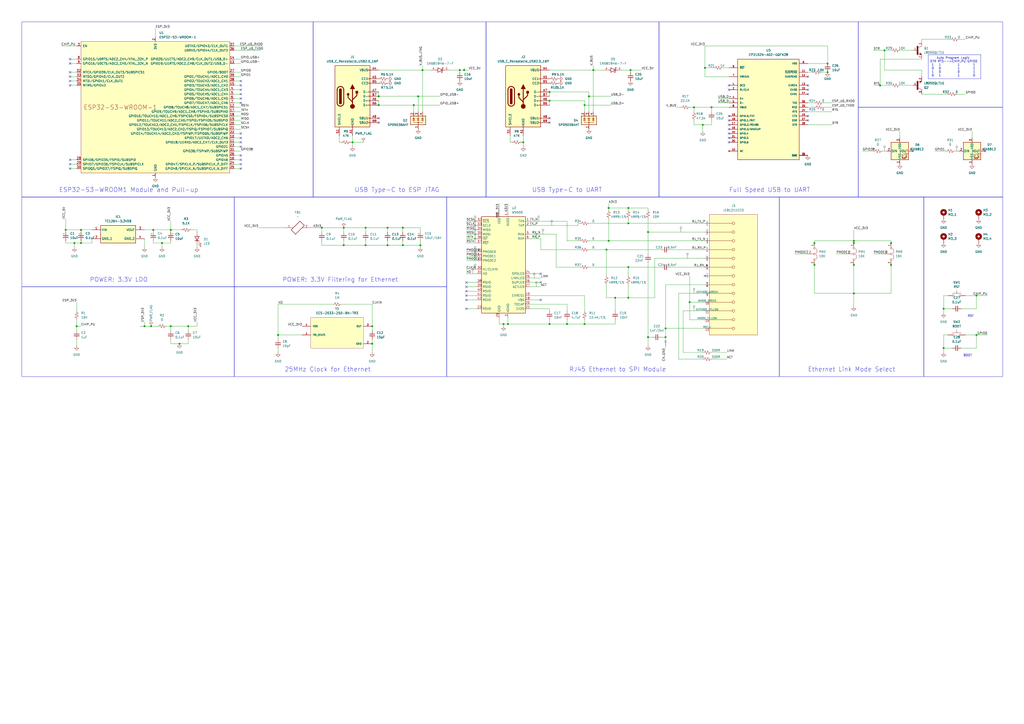
<source format=kicad_sch>
(kicad_sch (version 20230121) (generator eeschema)
  (paper "A2")
  (junction (at 266.7 40.64))
  (junction (at 495.3 170.18))
  (junction (at 199.39 132.08))
  (junction (at 407.67 72.39))
  (junction (at 233.68 132.08))
  (junction (at 375.92 134.62))
  (junction (at 339.09 60.96))
  (junction (at 219.71 60.96))
  (junction (at 43.18 140.97))
  (junction (at 215.9 199.39))
  (junction (at 318.77 53.34))
  (junction (at 242.57 55.88))
  (junction (at 472.44 140.97))
  (junction (at 44.45 189.23))
  (junction (at 386.08 195.58))
  (junction (at 204.47 82.55))
  (junction (at 408.94 39.37))
  (junction (at 212.09 132.08))
  (junction (at 88.9 133.35))
  (junction (at 516.89 153.67))
  (junction (at 38.1 133.35))
  (junction (at 161.29 194.31))
  (junction (at 356.87 172.72))
  (junction (at 243.84 142.24))
  (junction (at 245.11 40.64))
  (junction (at 495.3 139.7))
  (junction (at 87.63 189.23))
  (junction (at 294.64 187.96))
  (junction (at 547.37 201.93))
  (junction (at 240.03 60.96))
  (junction (at 344.17 40.64))
  (junction (at 386.08 190.5))
  (junction (at 364.49 129.54))
  (junction (at 513.08 29.21))
  (junction (at 472.44 153.67))
  (junction (at 215.9 189.23))
  (junction (at 224.79 132.08))
  (junction (at 566.42 194.31))
  (junction (at 233.68 142.24))
  (junction (at 480.06 36.83))
  (junction (at 99.06 189.23))
  (junction (at 93.98 140.97))
  (junction (at 495.3 140.97))
  (junction (at 566.42 171.45))
  (junction (at 510.54 49.53))
  (junction (at 212.09 142.24))
  (junction (at 328.93 187.96))
  (junction (at 83.82 189.23))
  (junction (at 341.63 55.88))
  (junction (at 109.22 189.23))
  (junction (at 353.06 120.65))
  (junction (at 186.69 132.08))
  (junction (at 339.09 187.96))
  (junction (at 495.3 153.67))
  (junction (at 351.79 144.78))
  (junction (at 364.49 154.94))
  (junction (at 303.53 82.55))
  (junction (at 292.1 187.96))
  (junction (at 402.59 62.23))
  (junction (at 412.75 62.23))
  (junction (at 46.99 140.97))
  (junction (at 547.37 179.07))
  (junction (at 318.77 58.42))
  (junction (at 364.49 172.72))
  (junction (at 199.39 142.24))
  (junction (at 375.92 195.58))
  (junction (at 480.06 41.91))
  (junction (at 99.06 133.35))
  (junction (at 516.89 140.97))
  (junction (at 353.06 139.7))
  (junction (at 318.77 187.96))
  (junction (at 219.71 55.88))
  (junction (at 365.76 40.64))
  (junction (at 364.49 120.65))
  (junction (at 269.24 40.64))
  (junction (at 400.05 175.26))
  (junction (at 46.99 133.35))
  (junction (at 224.79 142.24))
  (junction (at 104.14 199.39))
  (no_connect (at 139.7 82.55))
  (no_connect (at 139.7 49.53))
  (no_connect (at 139.7 54.61))
  (no_connect (at 422.91 82.55))
  (no_connect (at 139.7 92.71))
  (no_connect (at 40.64 92.71))
  (no_connect (at 139.7 77.47))
  (no_connect (at 40.64 44.45))
  (no_connect (at 270.51 163.83))
  (no_connect (at 219.71 68.58))
  (no_connect (at 313.69 158.75))
  (no_connect (at 571.5 87.63))
  (no_connect (at 270.51 168.91))
  (no_connect (at 422.91 72.39))
  (no_connect (at 139.7 85.09))
  (no_connect (at 422.91 77.47))
  (no_connect (at 468.63 69.85))
  (no_connect (at 422.91 49.53))
  (no_connect (at 422.91 67.31))
  (no_connect (at 468.63 49.53))
  (no_connect (at 422.91 52.07))
  (no_connect (at 40.64 95.25))
  (no_connect (at 422.91 80.01))
  (no_connect (at 139.7 57.15))
  (no_connect (at 408.94 160.02))
  (no_connect (at 40.64 34.29))
  (no_connect (at 270.51 166.37))
  (no_connect (at 318.77 68.58))
  (no_connect (at 468.63 67.31))
  (no_connect (at 468.63 54.61))
  (no_connect (at 40.64 41.91))
  (no_connect (at 139.7 59.69))
  (no_connect (at 270.51 179.07))
  (no_connect (at 468.63 44.45))
  (no_connect (at 40.64 49.53))
  (no_connect (at 139.7 95.25))
  (no_connect (at 270.51 171.45))
  (no_connect (at 139.7 90.17))
  (no_connect (at 318.77 71.12))
  (no_connect (at 313.69 163.83))
  (no_connect (at 139.7 80.01))
  (no_connect (at 139.7 52.07))
  (no_connect (at 139.7 97.79))
  (no_connect (at 40.64 97.79))
  (no_connect (at 529.59 87.63))
  (no_connect (at 468.63 52.07))
  (no_connect (at 422.91 74.93))
  (no_connect (at 40.64 46.99))
  (no_connect (at 422.91 69.85))
  (no_connect (at 313.69 173.99))
  (no_connect (at 219.71 71.12))
  (no_connect (at 270.51 173.99))
  (no_connect (at 40.64 36.83))
  (no_connect (at 139.7 46.99))
  (wire (pts (xy 511.81 87.63) (xy 514.35 87.63)))
  (wire (pts (xy 375.92 134.62) (xy 375.92 127)))
  (wire (pts (xy 135.89 46.99) (xy 139.7 46.99)))
  (wire (pts (xy 270.51 173.99) (xy 276.86 173.99)))
  (wire (pts (xy 510.54 49.53) (xy 510.54 34.29)))
  (wire (pts (xy 328.93 185.42) (xy 328.93 187.96)))
  (wire (pts (xy 386.08 190.5) (xy 386.08 195.58)))
  (wire (pts (xy 360.68 40.64) (xy 365.76 40.64)))
  (wire (pts (xy 83.82 133.35) (xy 88.9 133.35)))
  (wire (pts (xy 506.73 49.53) (xy 510.54 49.53)))
  (wire (pts (xy 353.06 139.7) (xy 408.94 139.7)))
  (wire (pts (xy 149.86 132.08) (xy 165.1 132.08)))
  (wire (pts (xy 90.17 16.51) (xy 90.17 21.59)))
  (wire (pts (xy 353.06 118.11) (xy 353.06 120.65)))
  (wire (pts (xy 99.06 140.97) (xy 99.06 139.7)))
  (wire (pts (xy 476.25 41.91) (xy 480.06 41.91)))
  (wire (pts (xy 396.24 180.34) (xy 408.94 180.34)))
  (wire (pts (xy 135.89 29.21) (xy 151.13 29.21)))
  (wire (pts (xy 506.73 29.21) (xy 513.08 29.21)))
  (wire (pts (xy 219.71 55.88) (xy 242.57 55.88)))
  (wire (pts (xy 135.89 44.45) (xy 139.7 44.45)))
  (wire (pts (xy 199.39 139.7) (xy 199.39 142.24)))
  (wire (pts (xy 396.24 204.47) (xy 407.67 204.47)))
  (wire (pts (xy 81.28 189.23) (xy 83.82 189.23)))
  (wire (pts (xy 400.05 175.26) (xy 400.05 185.42)))
  (wire (pts (xy 408.94 44.45) (xy 422.91 44.45)))
  (wire (pts (xy 318.77 58.42) (xy 318.77 60.96)))
  (wire (pts (xy 328.93 176.53) (xy 307.34 176.53)))
  (wire (pts (xy 307.34 179.07) (xy 318.77 179.07)))
  (wire (pts (xy 40.64 41.91) (xy 44.45 41.91)))
  (wire (pts (xy 46.99 133.35) (xy 53.34 133.35)))
  (wire (pts (xy 364.49 154.94) (xy 383.54 154.94)))
  (wire (pts (xy 96.52 189.23) (xy 99.06 189.23)))
  (wire (pts (xy 245.11 40.64) (xy 245.11 64.77)))
  (wire (pts (xy 135.89 62.23) (xy 139.7 62.23)))
  (wire (pts (xy 114.3 133.35) (xy 114.3 134.62)))
  (wire (pts (xy 495.3 139.7) (xy 495.3 133.35)))
  (wire (pts (xy 468.63 72.39) (xy 482.6 72.39)))
  (wire (pts (xy 199.39 132.08) (xy 199.39 134.62)))
  (wire (pts (xy 53.34 138.43) (xy 53.34 140.97)))
  (wire (pts (xy 322.58 154.94) (xy 336.55 154.94)))
  (wire (pts (xy 495.3 139.7) (xy 495.3 140.97)))
  (wire (pts (xy 307.34 171.45) (xy 339.09 171.45)))
  (wire (pts (xy 339.09 60.96) (xy 339.09 64.77)))
  (wire (pts (xy 224.79 139.7) (xy 224.79 142.24)))
  (wire (pts (xy 339.09 58.42) (xy 339.09 60.96)))
  (wire (pts (xy 353.06 120.65) (xy 353.06 121.92)))
  (wire (pts (xy 472.44 139.7) (xy 495.3 139.7)))
  (wire (pts (xy 114.3 142.24) (xy 114.3 143.51)))
  (wire (pts (xy 44.45 189.23) (xy 44.45 191.77)))
  (wire (pts (xy 408.94 26.67) (xy 480.06 26.67)))
  (wire (pts (xy 339.09 187.96) (xy 356.87 187.96)))
  (wire (pts (xy 186.69 142.24) (xy 199.39 142.24)))
  (wire (pts (xy 135.89 97.79) (xy 139.7 97.79)))
  (wire (pts (xy 99.06 196.85) (xy 99.06 199.39)))
  (wire (pts (xy 341.63 154.94) (xy 364.49 154.94)))
  (wire (pts (xy 375.92 195.58) (xy 378.46 195.58)))
  (wire (pts (xy 400.05 62.23) (xy 402.59 62.23)))
  (wire (pts (xy 269.24 39.37) (xy 269.24 40.64)))
  (wire (pts (xy 495.3 152.4) (xy 495.3 153.67)))
  (wire (pts (xy 204.47 78.74) (xy 204.47 82.55)))
  (wire (pts (xy 99.06 189.23) (xy 109.22 189.23)))
  (wire (pts (xy 245.11 38.1) (xy 245.11 40.64)))
  (wire (pts (xy 99.06 133.35) (xy 105.41 133.35)))
  (wire (pts (xy 402.59 72.39) (xy 402.59 69.85)))
  (wire (pts (xy 400.05 185.42) (xy 408.94 185.42)))
  (wire (pts (xy 83.82 189.23) (xy 87.63 189.23)))
  (wire (pts (xy 471.17 41.91) (xy 468.63 41.91)))
  (wire (pts (xy 307.34 158.75) (xy 313.69 158.75)))
  (wire (pts (xy 339.09 171.45) (xy 339.09 180.34)))
  (wire (pts (xy 212.09 142.24) (xy 224.79 142.24)))
  (wire (pts (xy 513.08 29.21) (xy 516.89 29.21)))
  (wire (pts (xy 243.84 132.08) (xy 243.84 134.62)))
  (wire (pts (xy 186.69 132.08) (xy 199.39 132.08)))
  (wire (pts (xy 566.42 194.31) (xy 572.77 194.31)))
  (wire (pts (xy 40.64 44.45) (xy 44.45 44.45)))
  (wire (pts (xy 135.89 57.15) (xy 139.7 57.15)))
  (wire (pts (xy 468.63 64.77) (xy 482.6 64.77)))
  (wire (pts (xy 135.89 77.47) (xy 139.7 77.47)))
  (wire (pts (xy 233.68 139.7) (xy 233.68 142.24)))
  (wire (pts (xy 109.22 189.23) (xy 114.3 189.23)))
  (wire (pts (xy 270.51 128.27) (xy 276.86 128.27)))
  (wire (pts (xy 46.99 139.7) (xy 46.99 140.97)))
  (wire (pts (xy 292.1 189.23) (xy 292.1 187.96)))
  (wire (pts (xy 40.64 49.53) (xy 44.45 49.53)))
  (wire (pts (xy 516.89 142.24) (xy 516.89 140.97)))
  (wire (pts (xy 135.89 49.53) (xy 139.7 49.53)))
  (wire (pts (xy 412.75 69.85) (xy 412.75 72.39)))
  (wire (pts (xy 375.92 200.66) (xy 375.92 195.58)))
  (wire (pts (xy 266.7 40.64) (xy 269.24 40.64)))
  (wire (pts (xy 344.17 40.64) (xy 344.17 64.77)))
  (wire (pts (xy 547.37 194.31) (xy 547.37 201.93)))
  (wire (pts (xy 46.99 140.97) (xy 43.18 140.97)))
  (wire (pts (xy 351.79 172.72) (xy 356.87 172.72)))
  (wire (pts (xy 204.47 82.55) (xy 210.82 82.55)))
  (wire (pts (xy 412.75 64.77) (xy 412.75 62.23)))
  (wire (pts (xy 260.35 40.64) (xy 266.7 40.64)))
  (wire (pts (xy 379.73 149.86) (xy 408.94 149.86)))
  (wire (pts (xy 477.52 62.23) (xy 482.6 62.23)))
  (wire (pts (xy 322.58 135.89) (xy 322.58 154.94)))
  (wire (pts (xy 566.42 171.45) (xy 560.07 171.45)))
  (wire (pts (xy 224.79 132.08) (xy 233.68 132.08)))
  (wire (pts (xy 412.75 204.47) (xy 421.64 204.47)))
  (wire (pts (xy 407.67 72.39) (xy 412.75 72.39)))
  (wire (pts (xy 364.49 172.72) (xy 356.87 172.72)))
  (wire (pts (xy 88.9 133.35) (xy 99.06 133.35)))
  (wire (pts (xy 393.7 208.28) (xy 407.67 208.28)))
  (wire (pts (xy 38.1 133.35) (xy 38.1 134.62)))
  (wire (pts (xy 295.91 78.74) (xy 295.91 82.55)))
  (wire (pts (xy 270.51 135.89) (xy 276.86 135.89)))
  (wire (pts (xy 199.39 132.08) (xy 212.09 132.08)))
  (wire (pts (xy 547.37 179.07) (xy 547.37 181.61)))
  (wire (pts (xy 553.72 87.63) (xy 556.26 87.63)))
  (wire (pts (xy 328.93 180.34) (xy 328.93 176.53)))
  (wire (pts (xy 547.37 201.93) (xy 552.45 201.93)))
  (wire (pts (xy 40.64 46.99) (xy 44.45 46.99)))
  (wire (pts (xy 513.08 29.21) (xy 513.08 40.64)))
  (wire (pts (xy 40.64 36.83) (xy 44.45 36.83)))
  (wire (pts (xy 53.34 140.97) (xy 46.99 140.97)))
  (wire (pts (xy 270.51 163.83) (xy 276.86 163.83)))
  (wire (pts (xy 566.42 194.31) (xy 560.07 194.31)))
  (wire (pts (xy 219.71 53.34) (xy 219.71 55.88)))
  (wire (pts (xy 510.54 49.53) (xy 516.89 49.53)))
  (wire (pts (xy 313.69 144.78) (xy 336.55 144.78)))
  (wire (pts (xy 351.79 165.1) (xy 351.79 172.72)))
  (wire (pts (xy 212.09 132.08) (xy 224.79 132.08)))
  (wire (pts (xy 135.89 64.77) (xy 139.7 64.77)))
  (wire (pts (xy 416.56 59.69) (xy 422.91 59.69)))
  (wire (pts (xy 364.49 165.1) (xy 364.49 172.72)))
  (wire (pts (xy 198.12 82.55) (xy 196.85 82.55)))
  (wire (pts (xy 135.89 54.61) (xy 139.7 54.61)))
  (wire (pts (xy 547.37 179.07) (xy 552.45 179.07)))
  (wire (pts (xy 344.17 38.1) (xy 344.17 40.64)))
  (wire (pts (xy 534.67 22.86) (xy 534.67 24.13)))
  (wire (pts (xy 364.49 129.54) (xy 408.94 129.54)))
  (wire (pts (xy 88.9 139.7) (xy 88.9 140.97)))
  (wire (pts (xy 506.73 147.32) (xy 513.08 147.32)))
  (wire (pts (xy 335.28 129.54) (xy 335.28 130.81)))
  (wire (pts (xy 547.37 171.45) (xy 547.37 179.07)))
  (wire (pts (xy 104.14 199.39) (xy 109.22 199.39)))
  (wire (pts (xy 186.69 139.7) (xy 186.69 142.24)))
  (wire (pts (xy 199.39 142.24) (xy 212.09 142.24)))
  (wire (pts (xy 472.44 153.67) (xy 472.44 170.18)))
  (wire (pts (xy 554.99 54.61) (xy 560.07 54.61)))
  (wire (pts (xy 549.91 194.31) (xy 547.37 194.31)))
  (wire (pts (xy 38.1 133.35) (xy 46.99 133.35)))
  (wire (pts (xy 521.97 29.21) (xy 529.59 29.21)))
  (wire (pts (xy 383.54 195.58) (xy 386.08 195.58)))
  (wire (pts (xy 212.09 132.08) (xy 212.09 134.62)))
  (wire (pts (xy 375.92 120.65) (xy 375.92 121.92)))
  (wire (pts (xy 219.71 60.96) (xy 240.03 60.96)))
  (wire (pts (xy 542.29 87.63) (xy 548.64 87.63)))
  (wire (pts (xy 364.49 154.94) (xy 364.49 160.02)))
  (wire (pts (xy 93.98 140.97) (xy 88.9 140.97)))
  (wire (pts (xy 408.94 190.5) (xy 386.08 190.5)))
  (wire (pts (xy 219.71 40.64) (xy 245.11 40.64)))
  (wire (pts (xy 212.09 139.7) (xy 212.09 142.24)))
  (wire (pts (xy 468.63 59.69) (xy 472.44 59.69)))
  (wire (pts (xy 99.06 128.27) (xy 99.06 133.35)))
  (wire (pts (xy 44.45 196.85) (xy 44.45 200.66)))
  (wire (pts (xy 485.14 147.32) (xy 491.49 147.32)))
  (wire (pts (xy 386.08 201.93) (xy 386.08 195.58)))
  (wire (pts (xy 135.89 41.91) (xy 139.7 41.91)))
  (wire (pts (xy 510.54 34.29) (xy 534.67 34.29)))
  (wire (pts (xy 416.56 57.15) (xy 422.91 57.15)))
  (wire (pts (xy 557.53 201.93) (xy 566.42 201.93)))
  (wire (pts (xy 215.9 204.47) (xy 215.9 199.39)))
  (wire (pts (xy 341.63 53.34) (xy 341.63 55.88)))
  (wire (pts (xy 351.79 144.78) (xy 383.54 144.78)))
  (wire (pts (xy 180.34 132.08) (xy 186.69 132.08)))
  (wire (pts (xy 135.89 74.93) (xy 139.7 74.93)))
  (wire (pts (xy 516.89 152.4) (xy 516.89 153.67)))
  (wire (pts (xy 161.29 194.31) (xy 175.26 194.31)))
  (wire (pts (xy 270.51 151.13) (xy 276.86 151.13)))
  (wire (pts (xy 40.64 34.29) (xy 44.45 34.29)))
  (wire (pts (xy 506.73 87.63) (xy 500.38 87.63)))
  (wire (pts (xy 233.68 132.08) (xy 243.84 132.08)))
  (wire (pts (xy 44.45 189.23) (xy 46.99 189.23)))
  (wire (pts (xy 472.44 139.7) (xy 472.44 140.97)))
  (wire (pts (xy 215.9 196.85) (xy 215.9 199.39)))
  (wire (pts (xy 43.18 143.51) (xy 43.18 140.97)))
  (wire (pts (xy 328.93 128.27) (xy 328.93 139.7)))
  (wire (pts (xy 307.34 128.27) (xy 328.93 128.27)))
  (wire (pts (xy 365.76 40.64) (xy 365.76 41.91)))
  (wire (pts (xy 364.49 172.72) (xy 379.73 172.72)))
  (wire (pts (xy 135.89 36.83) (xy 139.7 36.83)))
  (wire (pts (xy 93.98 140.97) (xy 93.98 143.51)))
  (wire (pts (xy 270.51 158.75) (xy 276.86 158.75)))
  (wire (pts (xy 353.06 127) (xy 353.06 139.7)))
  (wire (pts (xy 318.77 40.64) (xy 344.17 40.64)))
  (wire (pts (xy 135.89 85.09) (xy 139.7 85.09)))
  (wire (pts (xy 99.06 189.23) (xy 99.06 191.77)))
  (wire (pts (xy 38.1 140.97) (xy 38.1 139.7)))
  (wire (pts (xy 341.63 129.54) (xy 364.49 129.54)))
  (wire (pts (xy 270.51 179.07) (xy 276.86 179.07)))
  (wire (pts (xy 480.06 36.83) (xy 468.63 36.83)))
  (wire (pts (xy 307.34 135.89) (xy 322.58 135.89)))
  (wire (pts (xy 388.62 144.78) (xy 408.94 144.78)))
  (wire (pts (xy 400.05 175.26) (xy 408.94 175.26)))
  (wire (pts (xy 495.3 140.97) (xy 495.3 142.24)))
  (wire (pts (xy 224.79 132.08) (xy 224.79 134.62)))
  (wire (pts (xy 294.64 118.11) (xy 294.64 123.19)))
  (wire (pts (xy 135.89 80.01) (xy 139.7 80.01)))
  (wire (pts (xy 318.77 185.42) (xy 318.77 187.96)))
  (wire (pts (xy 341.63 139.7) (xy 353.06 139.7)))
  (wire (pts (xy 135.89 90.17) (xy 139.7 90.17)))
  (wire (pts (xy 402.59 64.77) (xy 402.59 62.23)))
  (wire (pts (xy 318.77 53.34) (xy 318.77 55.88)))
  (wire (pts (xy 44.45 175.26) (xy 44.45 180.34)))
  (wire (pts (xy 351.79 144.78) (xy 351.79 160.02)))
  (wire (pts (xy 135.89 72.39) (xy 139.7 72.39)))
  (wire (pts (xy 407.67 76.2) (xy 407.67 72.39)))
  (wire (pts (xy 566.42 201.93) (xy 566.42 194.31)))
  (wire (pts (xy 495.3 170.18) (xy 516.89 170.18)))
  (wire (pts (xy 495.3 139.7) (xy 516.89 139.7)))
  (wire (pts (xy 135.89 92.71) (xy 139.7 92.71)))
  (wire (pts (xy 161.29 194.31) (xy 161.29 196.85)))
  (wire (pts (xy 557.53 179.07) (xy 566.42 179.07)))
  (wire (pts (xy 313.69 138.43) (xy 313.69 144.78)))
  (wire (pts (xy 388.62 154.94) (xy 408.94 154.94)))
  (wire (pts (xy 307.34 163.83) (xy 313.69 163.83)))
  (wire (pts (xy 393.7 170.18) (xy 393.7 208.28)))
  (wire (pts (xy 198.12 176.53) (xy 215.9 176.53)))
  (wire (pts (xy 563.88 76.2) (xy 563.88 80.01)))
  (wire (pts (xy 242.57 55.88) (xy 242.57 64.77)))
  (wire (pts (xy 270.51 138.43) (xy 276.86 138.43)))
  (wire (pts (xy 356.87 172.72) (xy 356.87 180.34)))
  (wire (pts (xy 114.3 186.69) (xy 114.3 189.23)))
  (wire (pts (xy 339.09 185.42) (xy 339.09 187.96)))
  (wire (pts (xy 245.11 40.64) (xy 250.19 40.64)))
  (wire (pts (xy 240.03 60.96) (xy 240.03 64.77)))
  (wire (pts (xy 341.63 55.88) (xy 341.63 64.77)))
  (wire (pts (xy 269.24 40.64) (xy 271.78 40.64)))
  (wire (pts (xy 341.63 144.78) (xy 351.79 144.78)))
  (wire (pts (xy 549.91 171.45) (xy 547.37 171.45)))
  (wire (pts (xy 135.89 95.25) (xy 139.7 95.25)))
  (wire (pts (xy 412.75 208.28) (xy 421.64 208.28)))
  (wire (pts (xy 303.53 82.55) (xy 302.26 82.55)))
  (wire (pts (xy 270.51 168.91) (xy 276.86 168.91)))
  (wire (pts (xy 270.51 146.05) (xy 276.86 146.05)))
  (wire (pts (xy 135.89 52.07) (xy 139.7 52.07)))
  (wire (pts (xy 135.89 87.63) (xy 139.7 87.63)))
  (wire (pts (xy 161.29 201.93) (xy 161.29 204.47)))
  (wire (pts (xy 99.06 199.39) (xy 104.14 199.39)))
  (wire (pts (xy 40.64 95.25) (xy 44.45 95.25)))
  (wire (pts (xy 400.05 160.02) (xy 400.05 175.26)))
  (wire (pts (xy 375.92 134.62) (xy 408.94 134.62)))
  (wire (pts (xy 468.63 62.23) (xy 472.44 62.23)))
  (wire (pts (xy 43.18 140.97) (xy 38.1 140.97)))
  (wire (pts (xy 219.71 58.42) (xy 219.71 60.96)))
  (wire (pts (xy 375.92 134.62) (xy 375.92 147.32)))
  (wire (pts (xy 270.51 140.97) (xy 276.86 140.97)))
  (wire (pts (xy 364.49 127) (xy 364.49 129.54)))
  (wire (pts (xy 294.64 187.96) (xy 318.77 187.96)))
  (wire (pts (xy 402.59 72.39) (xy 407.67 72.39)))
  (wire (pts (xy 46.99 133.35) (xy 46.99 134.62)))
  (wire (pts (xy 307.34 161.29) (xy 313.69 161.29)))
  (wire (pts (xy 297.18 82.55) (xy 295.91 82.55)))
  (wire (pts (xy 566.42 171.45) (xy 572.77 171.45)))
  (wire (pts (xy 292.1 187.96) (xy 289.56 187.96)))
  (wire (pts (xy 243.84 142.24) (xy 243.84 139.7)))
  (wire (pts (xy 335.28 129.54) (xy 336.55 129.54)))
  (wire (pts (xy 303.53 82.55) (xy 303.53 85.09)))
  (wire (pts (xy 135.89 34.29) (xy 139.7 34.29)))
  (wire (pts (xy 419.1 39.37) (xy 422.91 39.37)))
  (wire (pts (xy 99.06 140.97) (xy 93.98 140.97)))
  (wire (pts (xy 233.68 142.24) (xy 243.84 142.24)))
  (wire (pts (xy 270.51 156.21) (xy 276.86 156.21)))
  (wire (pts (xy 386.08 165.1) (xy 386.08 190.5)))
  (wire (pts (xy 392.43 62.23) (xy 394.97 62.23)))
  (wire (pts (xy 521.97 76.2) (xy 521.97 80.01)))
  (wire (pts (xy 379.73 172.72) (xy 379.73 149.86)))
  (wire (pts (xy 566.42 179.07) (xy 566.42 171.45)))
  (wire (pts (xy 135.89 69.85) (xy 139.7 69.85)))
  (wire (pts (xy 375.92 195.58) (xy 375.92 152.4)))
  (wire (pts (xy 495.3 170.18) (xy 495.3 177.8)))
  (wire (pts (xy 402.59 62.23) (xy 412.75 62.23)))
  (wire (pts (xy 344.17 40.64) (xy 350.52 40.64)))
  (wire (pts (xy 408.94 170.18) (xy 393.7 170.18)))
  (wire (pts (xy 307.34 130.81) (xy 335.28 130.81)))
  (wire (pts (xy 513.08 40.64) (xy 534.67 40.64)))
  (wire (pts (xy 196.85 78.74) (xy 196.85 82.55)))
  (wire (pts (xy 365.76 40.64) (xy 372.11 40.64)))
  (wire (pts (xy 215.9 176.53) (xy 215.9 189.23)))
  (wire (pts (xy 109.22 199.39) (xy 109.22 196.85)))
  (wire (pts (xy 472.44 170.18) (xy 495.3 170.18)))
  (wire (pts (xy 83.82 186.69) (xy 83.82 189.23)))
  (wire (pts (xy 408.94 26.67) (xy 408.94 39.37)))
  (wire (pts (xy 161.29 194.31) (xy 161.29 176.53)))
  (wire (pts (xy 556.26 22.86) (xy 560.07 22.86)))
  (wire (pts (xy 135.89 67.31) (xy 139.7 67.31)))
  (wire (pts (xy 99.06 134.62) (xy 99.06 133.35)))
  (wire (pts (xy 224.79 142.24) (xy 233.68 142.24)))
  (wire (pts (xy 477.52 59.69) (xy 482.6 59.69)))
  (wire (pts (xy 135.89 82.55) (xy 139.7 82.55)))
  (wire (pts (xy 318.77 53.34) (xy 341.63 53.34)))
  (wire (pts (xy 339.09 60.96) (xy 354.33 60.96)))
  (wire (pts (xy 204.47 82.55) (xy 204.47 85.09)))
  (wire (pts (xy 289.56 118.11) (xy 289.56 123.19)))
  (wire (pts (xy 161.29 176.53) (xy 193.04 176.53)))
  (wire (pts (xy 270.51 130.81) (xy 276.86 130.81)))
  (wire (pts (xy 44.45 185.42) (xy 44.45 189.23)))
  (wire (pts (xy 266.7 40.64) (xy 266.7 41.91)))
  (wire (pts (xy 408.94 165.1) (xy 386.08 165.1)))
  (wire (pts (xy 110.49 133.35) (xy 114.3 133.35)))
  (wire (pts (xy 495.3 153.67) (xy 495.3 170.18)))
  (wire (pts (xy 135.89 59.69) (xy 139.7 59.69)))
  (wire (pts (xy 318.77 58.42) (xy 339.09 58.42)))
  (wire (pts (xy 339.09 187.96) (xy 328.93 187.96)))
  (wire (pts (xy 87.63 189.23) (xy 91.44 189.23)))
  (wire (pts (xy 534.67 40.64) (xy 534.67 44.45)))
  (wire (pts (xy 356.87 185.42) (xy 356.87 187.96)))
  (wire (pts (xy 521.97 49.53) (xy 529.59 49.53)))
  (wire (pts (xy 294.64 184.15) (xy 294.64 187.96)))
  (wire (pts (xy 109.22 189.23) (xy 109.22 191.77)))
  (wire (pts (xy 307.34 138.43) (xy 313.69 138.43)))
  (wire (pts (xy 408.94 39.37) (xy 408.94 44.45)))
  (wire (pts (xy 270.51 171.45) (xy 276.86 171.45)))
  (wire (pts (xy 289.56 184.15) (xy 289.56 187.96)))
  (wire (pts (xy 412.75 62.23) (xy 422.91 62.23)))
  (wire (pts (xy 461.01 147.32) (xy 468.63 147.32)))
  (wire (pts (xy 83.82 138.43) (xy 83.82 143.51)))
  (wire (pts (xy 186.69 134.62) (xy 186.69 132.08)))
  (wire (pts (xy 215.9 189.23) (xy 215.9 191.77)))
  (wire (pts (xy 534.67 54.61) (xy 549.91 54.61)))
  (wire (pts (xy 38.1 127) (xy 38.1 133.35)))
  (wire (pts (xy 516.89 153.67) (xy 516.89 170.18)))
  (wire (pts (xy 40.64 97.79) (xy 44.45 97.79)))
  (wire (pts (xy 294.64 187.96) (xy 292.1 187.96)))
  (wire (pts (xy 341.63 55.88) (xy 354.33 55.88)))
  (wire (pts (xy 303.53 78.74) (xy 303.53 82.55)))
  (wire (pts (xy 88.9 133.35) (xy 88.9 134.62)))
  (wire (pts (xy 243.84 143.51) (xy 243.84 142.24)))
  (wire (pts (xy 516.89 140.97) (xy 516.89 139.7)))
  (wire (pts (xy 318.77 179.07) (xy 318.77 180.34)))
  (wire (pts (xy 364.49 120.65) (xy 375.92 120.65)))
  (wire (pts (xy 233.68 132.08) (xy 233.68 134.62)))
  (wire (pts (xy 472.44 152.4) (xy 472.44 153.67)))
  (wire (pts (xy 270.51 148.59) (xy 276.86 148.59)))
  (wire (pts (xy 242.57 55.88) (xy 255.27 55.88)))
  (wire (pts (xy 307.34 166.37) (xy 313.69 166.37)))
  (wire (pts (xy 328.93 139.7) (xy 336.55 139.7)))
  (wire (pts (xy 472.44 140.97) (xy 472.44 142.24)))
  (wire (pts (xy 318.77 187.96) (xy 328.93 187.96)))
  (wire (pts (xy 364.49 120.65) (xy 364.49 121.92)))
  (wire (pts (xy 40.64 92.71) (xy 44.45 92.71)))
  (wire (pts (xy 270.51 133.35) (xy 276.86 133.35)))
  (wire (pts (xy 204.47 82.55) (xy 203.2 82.55)))
  (wire (pts (xy 480.06 26.67) (xy 480.06 36.83)))
  (wire (pts (xy 240.03 60.96) (xy 255.27 60.96)))
  (wire (pts (xy 270.51 166.37) (xy 276.86 166.37)))
  (wire (pts (xy 307.34 173.99) (xy 313.69 173.99)))
  (wire (pts (xy 353.06 120.65) (xy 364.49 120.65)))
  (wire (pts (xy 547.37 201.93) (xy 547.37 204.47)))
  (wire (pts (xy 396.24 180.34) (xy 396.24 204.47)))
  (wire (pts (xy 135.89 26.67) (xy 152.4 26.67)))
  (wire (pts (xy 534.67 22.86) (xy 551.18 22.86)))
  (wire (pts (xy 408.94 39.37) (xy 414.02 39.37)))
  (wire (pts (xy 35.56 26.67) (xy 44.45 26.67)))
  (rectangle (start 259.08 114.3) (end 452.12 218.44))
  (rectangle (start 135.89 114.3) (end 259.08 166.37))
  (rectangle (start 181.61 12.7) (end 281.94 114.3))
  (rectangle (start 497.84 62.23) (end 581.66 114.3))
  (rectangle (start 535.94 114.3) (end 581.66 218.44))
  (rectangle (start 452.12 114.3) (end 535.94 218.44))
  (rectangle (start 281.94 12.7) (end 382.27 114.3))
  (rectangle (start 12.7 12.7) (end 181.61 114.3))
  (rectangle (start 382.27 12.7) (end 497.84 114.3))
  (rectangle (start 12.7 114.3) (end 135.89 166.37))
  (rectangle (start 12.7 166.37) (end 135.89 218.44))
  (rectangle (start 135.89 166.37) (end 259.08 218.44))
  (rectangle (start 497.84 12.7) (end 581.66 62.23))
  (text_box "    Auto Program Logic\nDTR RTS-->CHIP_PU GPIO0\n 1   1          1        1\n 0   0          1        1\n 1   0          0        1\n 0   1          1        0" (at 538.48 31.75 0) (size 30.48 13.97) (effects (font (size 1.27 1.27)) (justify left top)))
  (text "USB Type-C to ESP JTAG" (at 205.74 111.76 0) (effects (font (size 2.54 2.54)) (justify left bottom)))
  (text "BOOT" (at 558.8 207.01 0) (effects (font (size 1.27 1.27)) (justify left bottom)))
  (text "USB Type-C to UART\n" (at 308.61 111.76 0) (effects (font (size 2.54 2.54)) (justify left bottom)))
  (text "RJ45 Ethernet to SPI Module\n" (at 330.2 215.9 0) (effects (font (size 2.54 2.54)) (justify left bottom)))
  (text "POWER: 3.3V LDO\n" (at 52.07 163.83 0) (effects (font (size 2.54 2.54)) (justify left bottom)))
  (text "Full Speed USB to UART\n" (at 422.91 111.76 0) (effects (font (size 2.54 2.54)) (justify left bottom)))
  (text "Ethernet Link Mode Select\n" (at 468.63 215.9 0) (effects (font (size 2.54 2.54)) (justify left bottom)))
  (text "POWER: 3.3V Filtering for Ethernet\n" (at 163.83 163.83 0) (effects (font (size 2.54 2.54)) (justify left bottom)))
  (text "25MHz Clock for Ethernet\n" (at 165.1 215.9 0) (effects (font (size 2.54 2.54)) (justify left bottom)))
  (text "RST\n" (at 561.34 184.15 0) (effects (font (size 1.27 1.27)) (justify left bottom)))
  (text "ESP32-S3-WROOM1 Module and Pull-up\n" (at 34.29 111.76 0) (effects (font (size 2.54 2.54)) (justify left bottom)))
  (label "MISO" (at 270.51 133.35 0))
  (label "ESP_U0_TXD0" (at 139.7 29.21 0))
  (label "USB_D+" (at 354.33 60.96 0))
  (label "RSTn" (at 270.51 140.97 0))
  (label "RX_P" (at 308.61 138.43 0))
  (label "LINK" (at 421.64 204.47 0))
  (label "VCC_5V" (at 372.11 40.64 0))
  (label "V_BUS" (at 344.17 38.1 90))
  (label "CHIP_PU" (at 35.56 26.67 0))
  (label "VCC_3V3" (at 408.94 26.67 180))
  (label "CHIP_PU" (at 46.99 189.23 0))
  (label "ESP_3V3" (at 90.17 16.51 0))
  (label "ESP_3V3" (at 83.82 186.69 90))
  (label "XO" (at 161.29 176.53 0))
  (label "PMODE2" (at 270.51 151.13 0))
  (label "ESP_U0_RXD0" (at 152.4 26.67 180))
  (label "VCC_3V3" (at 289.56 118.11 270))
  (label "ESP_U0_RXD0" (at 482.6 59.69 0))
  (label "GPIO_USB+" (at 139.7 34.29 0))
  (label "CLKIN" (at 270.51 156.21 0))
  (label "MOSI" (at 270.51 135.89 0))
  (label "ESP_U0_TXD0" (at 482.6 62.23 0))
  (label "RTS" (at 506.73 49.53 0))
  (label "RJ_RX_P" (at 401.32 144.78 0))
  (label "USB_D-" (at 416.56 59.69 0))
  (label "VCC_3V3" (at 400.05 160.02 180))
  (label "RJ_TX_P" (at 401.32 129.54 0))
  (label "RX_N" (at 308.61 135.89 0))
  (label "SCLK" (at 270.51 130.81 0))
  (label "RTS" (at 482.6 64.77 0))
  (label "V_BUS_JTAG" (at 245.11 38.1 90))
  (label "USB_D+" (at 416.56 57.15 0))
  (label "DTR" (at 482.6 72.39 0))
  (label "GPIO_USB+" (at 255.27 60.96 0))
  (label "ACT" (at 421.64 208.28 0))
  (label "INTn" (at 270.51 138.43 0))
  (label "GPIO_USB-" (at 255.27 55.88 0))
  (label "VCC_5V" (at 271.78 40.64 0))
  (label "VCC_3V3" (at 175.26 189.23 180))
  (label "RSTn" (at 139.7 62.23 0))
  (label "GPIO38" (at 139.7 87.63 0))
  (label "LINK" (at 313.69 161.29 0))
  (label "VCC_3V3" (at 521.97 76.2 180))
  (label "VCC_3V3" (at 495.3 133.35 0))
  (label "DTR" (at 506.73 29.21 0))
  (label "CHIP_PU" (at 560.07 22.86 0))
  (label "SCSn" (at 139.7 74.93 0))
  (label "CH_GND" (at 386.08 201.93 270))
  (label "V_BUS" (at 392.43 62.23 180))
  (label "TX_P" (at 307.34 130.81 0))
  (label "PMODE1" (at 270.51 148.59 0))
  (label "VCC_3V3" (at 149.86 132.08 180))
  (label "GPIO0" (at 139.7 41.91 0))
  (label "GPIO0" (at 560.07 54.61 0))
  (label "CHIP_PU" (at 572.77 171.45 180))
  (label "ACT" (at 313.69 166.37 0))
  (label "MOSI" (at 139.7 67.31 0))
  (label "SCSn" (at 270.51 128.27 0))
  (label "PMODE2" (at 461.01 147.32 0))
  (label "XO" (at 270.51 158.75 0))
  (label "MISO" (at 139.7 69.85 0))
  (label "ESP_3V3" (at 44.45 175.26 180))
  (label "GPIO0" (at 572.77 194.31 180))
  (label "A3V3" (at 294.64 118.11 270))
  (label "VCC_3V3" (at 114.3 186.69 90))
  (label "USB_D-" (at 354.33 55.88 0))
  (label "PMODE0" (at 506.73 147.32 0))
  (label "A3V3" (at 353.06 118.11 0))
  (label "VCC_3V3" (at 563.88 76.2 180))
  (label "RJ_TX_N" (at 401.32 139.7 0))
  (label "GPIO1" (at 139.7 44.45 0))
  (label "A3V3" (at 181.61 132.08 0))
  (label "GPIO_USB-" (at 139.7 36.83 0))
  (label "INTn" (at 139.7 64.77 0))
  (label "CLKIN" (at 215.9 176.53 0))
  (label "SCLK" (at 139.7 72.39 0))
  (label "PMODE0" (at 270.51 146.05 0))
  (label "GPIO38" (at 500.38 87.63 0))
  (label "RJ_RX_N" (at 402.59 154.94 0))
  (label "VCC_3V3" (at 99.06 128.27 90))
  (label "TX_N" (at 307.34 128.27 0))
  (label "GPIO1" (at 542.29 87.63 0))
  (label "PMODE1" (at 485.14 147.32 0))
  (label "VCC_5V" (at 38.1 127 90))
  (netclass_flag "" (length 2.54) (shape round) (at 312.42 128.27 0) (property "Netclass" "ETHERNET" (effects hide)))
  (netclass_flag "" (length 2.54) (shape round) (at 275.59 151.13 0) (property "Netclass" "ETHERNET" (effects hide)))
  (netclass_flag "" (length 2.54) (shape round) (at 275.59 135.89 0) (property "Netclass" "ETHERNET" (effects hide)))
  (netclass_flag "" (length 2.54) (shape round) (at 275.59 133.35 0) (property "Netclass" "ETHERNET" (effects hide)))
  (netclass_flag "" (length 2.54) (shape round) (at 275.59 128.27 0) (property "Netclass" "ETHERNET" (effects hide)))
  (netclass_flag "" (length 2.54) (shape round) (at 386.08 200.66 0) (property "Netclass" "ETHERNET" (effects hide)))
  (netclass_flag "" (length 2.54) (shape round) (at 275.59 146.05 0) (property "Netclass" "ETHERNET" (effects hide)))
  (netclass_flag "" (length 2.54) (shape round) (at 275.59 130.81 0) (property "Netclass" "ETHERNET" (effects hide)))
  (netclass_flag "" (length 2.54) (shape round) (at 554.99 87.63 0) (property "Netclass" "ESP" (effects hide)))
  (netclass_flag "" (length 2.54) (shape round) (at 398.78 149.86 0) (property "Netclass" "ETHERNET" (effects hide)))
  (netclass_flag "" (length 2.54) (shape round) (at 320.04 130.81 0) (property "Netclass" "ETHERNET" (effects hide)))
  (netclass_flag "" (length 2.54) (shape round) (at 311.15 166.37 0) (property "Netclass" "ETHERNET" (effects hide)))
  (netclass_flag "" (length 2.54) (shape round) (at 275.59 156.21 0) (property "Netclass" "ETHERNET" (effects hide)))
  (netclass_flag "" (length 2.54) (shape round) (at 275.59 140.97 0) (property "Netclass" "ETHERNET" (effects hide)))
  (netclass_flag "" (length 2.54) (shape round) (at 394.97 134.62 0) (property "Netclass" "ETHERNET" (effects hide)))
  (netclass_flag "" (length 2.54) (shape round) (at 275.59 138.43 0) (property "Netclass" "ETHERNET" (effects hide)))
  (netclass_flag "" (length 2.54) (shape round) (at 314.96 135.89 0) (property "Netclass" "ETHERNET" (effects hide)))
  (netclass_flag "" (length 2.54) (shape round) (at 402.59 170.18 0) (property "Netclass" "ETHERNET" (effects hide)))
  (netclass_flag "" (length 2.54) (shape round) (at 275.59 148.59 0) (property "Netclass" "ETHERNET" (effects hide)))
  (netclass_flag "" (length 2.54) (shape round) (at 311.15 138.43 0) (property "Netclass" "ETHERNET" (effects hide)))
  (netclass_flag "" (length 2.54) (shape round) (at 309.88 161.29 0) (property "Netclass" "ETHERNET" (effects hide)))
  (netclass_flag "" (length 2.54) (shape round) (at 402.59 180.34 0) (property "Netclass" "ETHERNET" (effects hide)))
  (netclass_flag "" (length 2.54) (shape round) (at 513.08 87.63 0) (property "Netclass" "ESP" (effects hide)))
  (netclass_flag "" (length 2.54) (shape round) (at 274.32 158.75 0) (property "Netclass" "ETHERNET" (effects hide)))
  (symbol (lib_id "LED:SK6812") (at 563.88 87.63 0) (unit 1)
    (property "Reference" "D7" (at 574.04 83.9821 0))
    (property "Value" "SK6812" (at 574.04 86.5221 0))
    (property "Footprint" "LED_SMD:LED_SK6812_PLCC4_5.0x5.0mm_P3.2mm" (effects hide))
    (property "Datasheet" "https://cdn-shop.adafruit.com/product-files/1138/SK6812+LED+datasheet+.pdf" (effects hide))
  )
  (symbol (lib_id "Mechanical:MountingHole_Pad") (at 567.69 138.43 0) (unit 1)
    (property "Reference" "H4" (at 570.23 135.89 0) (effects (justify left)))
    (property "Value" "M3_4" (at 570.23 138.43 0) (effects (justify left)))
    (property "Footprint" "MountingHole:MountingHole_3.2mm_M3_ISO14580_Pad" (effects hide))
  )
  (symbol (lib_id "Device:C_Polarized_Small_US") (at 99.06 137.16 0) (mirror y) (unit 1)
    (property "Reference" "C5" (at 101.6 135.89 0) (effects (justify right)))
    (property "Value" "10uF" (at 101.6 138.43 0) (effects (justify right)))
    (property "Footprint" "Capacitor_Tantalum_SMD:CP_EIA-6032-28_Kemet-C" (effects hide))
  )
  (symbol (lib_id "power:GND") (at 114.3 143.51 0) (unit 1)
    (property "Reference" "#PWR07" (effects hide))
    (property "Value" "GND" (at 114.3 148.59 0))
  )
  (symbol (lib_id "Device:C_Small") (at 554.99 179.07 90) (unit 1)
    (property "Reference" "C27" (at 554.9963 172.72 90))
    (property "Value" "0.1uF" (at 554.9963 175.26 90))
    (property "Footprint" "Capacitor_SMD:C_0603_1608Metric" (effects hide))
  )
  (symbol (lib_id "Connector:USB_C_Receptacle_USB2.0_16P") (at 303.53 55.88 0) (unit 1)
    (property "Reference" "J2" (at 303.53 33.02 0))
    (property "Value" "USB_C_Receptacle_USB2.0_16P" (at 303.53 35.56 0))
    (property "Footprint" "Connector_USB:USB_C_Receptacle_GCT_USB4105-xx-A_16P_TopMnt_Horizontal" (effects hide))
    (property "Datasheet" "https://www.usb.org/sites/default/files/documents/usb_type-c.zip" (effects hide))
  )
  (symbol (lib_id "Device:R_Small_US") (at 299.72 82.55 270) (unit 1)
    (property "Reference" "R8" (at 299.72 76.2 90))
    (property "Value" "47K" (at 299.72 78.74 90))
    (property "Footprint" "Resistor_SMD:R_0603_1608Metric" (effects hide))
  )
  (symbol (lib_id "power:GND") (at 292.1 189.23 0) (mirror y) (unit 1)
    (property "Reference" "#PWR016" (effects hide))
    (property "Value" "GND" (at 292.1 194.31 0))
  )
  (symbol (lib_id "CP2102N-A02-GQFN28:CP2102N-A02-GQFN28") (at 445.77 64.77 0) (unit 1)
    (property "Reference" "U3" (at 445.77 29.21 0))
    (property "Value" "CP2102N-A02-GQFN28" (at 445.77 31.75 0))
    (property "Footprint" "CP2102N-A02-GQFN28:QFN50P500X500X80-29N" (effects hide))
    (property "MF" "Silicon Labs" (effects hide))
    (property "MAXIMUM_PACKAGE_HEIGHT" "0.8 mm" (effects hide))
    (property "Package" "WFQFN-28 Silicon Labs" (effects hide))
    (property "Price" "None" (effects hide))
    (property "Check_prices" "https://www.snapeda.com/parts/CP2102N-A02-GQFN28/Silicon+Labs/view-part/?ref=eda" (effects hide))
    (property "STANDARD" "IPC 7351B" (effects hide))
    (property "PARTREV" "1.5" (effects hide))
    (property "SnapEDA_Link" "https://www.snapeda.com/parts/CP2102N-A02-GQFN28/Silicon+Labs/view-part/?ref=snap" (effects hide))
    (property "MP" "CP2102N-A02-GQFN28" (effects hide))
    (property "Purchase-URL" "https://www.snapeda.com/api/url_track_click_mouser/?unipart_id=4872321&manufacturer=Silicon Labs&part_name=CP2102N-A02-GQFN28&search_term=None" (effects hide))
    (property "Description" "\nUSB Bridge, USB to UART USB 2.0 UART Interface 28-QFN (5x5)\n" (effects hide))
    (property "Availability" "In Stock" (effects hide))
    (property "MANUFACTURER" "Silicon Labs" (effects hide))
  )
  (symbol (lib_id "power:GND") (at 567.69 140.97 0) (unit 1)
    (property "Reference" "#PWR034" (effects hide))
    (property "Value" "GND" (at 567.69 146.05 0))
  )
  (symbol (lib_id "power:GND") (at 563.88 95.25 0) (unit 1)
    (property "Reference" "#PWR032" (effects hide))
    (property "Value" "GND" (at 563.88 100.33 0))
  )
  (symbol (lib_id "Device:R_Small_US") (at 351.79 162.56 0) (unit 1)
    (property "Reference" "R12" (at 354.33 161.29 0) (effects (justify left)))
    (property "Value" "49R9/1%" (at 353.06 163.83 0) (effects (justify left)))
    (property "Footprint" "Resistor_SMD:R_0603_1608Metric" (effects hide))
  )
  (symbol (lib_id "Device:R_Small_US") (at 364.49 162.56 0) (unit 1)
    (property "Reference" "R15" (at 367.03 161.29 0) (effects (justify left)))
    (property "Value" "49R9/1%" (at 365.76 163.83 0) (effects (justify left)))
    (property "Footprint" "Resistor_SMD:R_0603_1608Metric" (effects hide))
  )
  (symbol (lib_id "Device:R_Small_US") (at 321.31 45.72 90) (unit 1)
    (property "Reference" "R9" (at 321.31 43.18 90))
    (property "Value" "5.1K" (at 325.12 43.18 90))
    (property "Footprint" "Resistor_SMD:R_0603_1608Metric" (effects hide))
  )
  (symbol (lib_id "Device:R_Small_US") (at 339.09 144.78 90) (unit 1)
    (property "Reference" "R36" (at 335.28 143.51 90))
    (property "Value" "0" (at 344.17 143.51 90))
    (property "Footprint" "Resistor_SMD:R_0603_1608Metric" (effects hide))
  )
  (symbol (lib_id "power:GND") (at 468.63 90.17 0) (unit 1)
    (property "Reference" "#PWR024" (effects hide))
    (property "Value" "GND" (at 468.63 95.25 0))
  )
  (symbol (lib_id "Mechanical:MountingHole_Pad") (at 547.37 124.46 0) (unit 1)
    (property "Reference" "H1" (at 549.91 121.92 0) (effects (justify left)))
    (property "Value" "M3_1" (at 549.91 124.46 0) (effects (justify left)))
    (property "Footprint" "MountingHole:MountingHole_3.2mm_M3_ISO14580_Pad" (effects hide))
  )
  (symbol (lib_id "LED:SK6812") (at 521.97 87.63 0) (unit 1)
    (property "Reference" "D6" (at 532.13 83.9821 0))
    (property "Value" "SK6812" (at 532.13 86.5221 0))
    (property "Footprint" "LED_SMD:LED_SK6812_PLCC4_5.0x5.0mm_P3.2mm" (effects hide))
    (property "Datasheet" "https://cdn-shop.adafruit.com/product-files/1138/SK6812+LED+datasheet+.pdf" (effects hide))
  )
  (symbol (lib_id "Device:R_Small_US") (at 339.09 129.54 90) (unit 1)
    (property "Reference" "R34" (at 335.28 128.27 90))
    (property "Value" "0" (at 344.17 128.27 90))
    (property "Footprint" "Resistor_SMD:R_0603_1608Metric" (effects hide))
  )
  (symbol (lib_id "Interface_Ethernet:W5500") (at 292.1 153.67 0) (unit 1)
    (property "Reference" "U2" (at 296.8341 120.65 0) (effects (justify left)))
    (property "Value" "W5500" (at 296.8341 123.19 0) (effects (justify left)))
    (property "Footprint" "Package_QFP:LQFP-48_7x7mm_P0.5mm" (effects hide))
    (property "Datasheet" "http://wizwiki.net/wiki/lib/exe/fetch.php/products:w5500:w5500_ds_v109e.pdf" (effects hide))
  )
  (symbol (lib_id "power:GND") (at 323.85 48.26 90) (unit 1)
    (property "Reference" "#PWR019" (effects hide))
    (property "Value" "GND" (at 327.66 48.26 90) (effects (justify right)))
  )
  (symbol (lib_id "Device:R_Small_US") (at 474.98 62.23 90) (unit 1)
    (property "Reference" "R25" (at 471.17 63.5 90))
    (property "Value" "0" (at 477.52 63.5 90))
    (property "Footprint" "Resistor_SMD:R_0603_1608Metric" (effects hide))
  )
  (symbol (lib_id "power:GND") (at 242.57 74.93 0) (unit 1)
    (property "Reference" "#PWR013" (effects hide))
    (property "Value" "GND" (at 242.57 80.01 0))
  )
  (symbol (lib_id "Device:R_Small_US") (at 416.56 39.37 270) (unit 1)
    (property "Reference" "R21" (at 412.75 38.1 90))
    (property "Value" "1K" (at 419.1 38.1 90))
    (property "Footprint" "Resistor_SMD:R_0603_1608Metric" (effects hide))
  )
  (symbol (lib_id "Device:LED") (at 114.3 138.43 90) (unit 1)
    (property "Reference" "D1" (at 118.11 138.7475 90) (effects (justify right)))
    (property "Value" "LED" (at 118.11 141.2875 90) (effects (justify right)))
    (property "Footprint" "Diode_SMD:D_0603_1608Metric" (effects hide))
  )
  (symbol (lib_id "power:GND") (at 547.37 140.97 0) (unit 1)
    (property "Reference" "#PWR029" (effects hide))
    (property "Value" "GND" (at 547.37 146.05 0))
  )
  (symbol (lib_id "Device:C_Small") (at 375.92 149.86 0) (unit 1)
    (property "Reference" "C21" (at 369.57 148.59 0) (effects (justify left)))
    (property "Value" "22nF" (at 368.3 151.13 0) (effects (justify left)))
    (property "Footprint" "Capacitor_SMD:C_0603_1608Metric" (effects hide))
  )
  (symbol (lib_id "Device:R_Small_US") (at 509.27 87.63 90) (unit 1)
    (property "Reference" "R27" (at 509.27 81.28 90))
    (property "Value" "0" (at 509.27 83.82 90))
    (property "Footprint" "Resistor_SMD:R_0603_1608Metric" (effects hide))
  )
  (symbol (lib_id "BK0603LL121-T:BK0603LL121-T") (at 172.72 132.08 0) (unit 1)
    (property "Reference" "FB1" (at 172.72 123.19 0))
    (property "Value" "~" (at 172.72 125.73 0))
    (property "Footprint" "fb:BEADC1608X95N" (effects hide))
    (property "MF" "Taiyo Yuden" (effects hide))
    (property "Description" "\nInd Chip Bead Shielded Multi-Layer 120Ohm 25% 100MHz Ferrite 100mA 0201 T/R\n" (effects hide))
    (property "Package" "0603 Taiyo Yuden" (effects hide))
    (property "Price" "None" (effects hide))
    (property "SnapEDA_Link" "https://www.snapeda.com/parts/BK0603LL121-T/Taiyo+Yuden/view-part/?ref=snap" (effects hide))
    (property "MP" "BK0603LL121-T" (effects hide))
    (property "Availability" "In Stock" (effects hide))
    (property "Check_prices" "https://www.snapeda.com/parts/BK0603LL121-T/Taiyo+Yuden/view-part/?ref=eda" (effects hide))
  )
  (symbol (lib_id "Device:R_Small_US") (at 551.18 87.63 90) (unit 1)
    (property "Reference" "R31" (at 551.18 81.28 90))
    (property "Value" "0" (at 551.18 83.82 90))
    (property "Footprint" "Resistor_SMD:R_0603_1608Metric" (effects hide))
  )
  (symbol (lib_id "Device:R_Small_US") (at 339.09 154.94 90) (unit 1)
    (property "Reference" "R37" (at 335.28 153.67 90))
    (property "Value" "0" (at 344.17 153.67 90))
    (property "Footprint" "Resistor_SMD:R_0603_1608Metric" (effects hide))
  )
  (symbol (lib_id "power:GND") (at 93.98 143.51 0) (unit 1)
    (property "Reference" "#PWR05" (effects hide))
    (property "Value" "GND" (at 93.98 148.59 0))
  )
  (symbol (lib_id "ECS-2033-250-BN-TR3:ECS-2033-250-BN-TR3") (at 195.58 191.77 0) (unit 1)
    (property "Reference" "Y1" (at 195.58 179.07 0))
    (property "Value" "ECS-2033-250-BN-TR3" (at 195.58 181.61 0))
    (property "Footprint" "ECS-2033-250-BN-TR3:OSC_ECS-2033-250-BN-TR3" (effects hide))
    (property "MF" "ECS Inc." (effects hide))
    (property "Description" "\n25 MHz XO (Standard) CMOS Oscillator 3.3V Enable/Disable 4-SMD, No Lead\n" (effects hide))
    (property "Package" "None" (effects hide))
    (property "Price" "None" (effects hide))
    (property "Check_prices" "https://www.snapeda.com/parts/ECS-2033-250-BN-TR3/ECS+Inc./view-part/?ref=eda" (effects hide))
    (property "STANDARD" "Manufacturer Recommendations" (effects hide))
    (property "PARTREV" "11/15/13" (effects hide))
    (property "SnapEDA_Link" "https://www.snapeda.com/parts/ECS-2033-250-BN-TR3/ECS+Inc./view-part/?ref=snap" (effects hide))
    (property "MP" "ECS-2033-250-BN-TR3" (effects hide))
    (property "Purchase-URL" "https://www.snapeda.com/api/url_track_click_mouser/?unipart_id=11449757&manufacturer=ECS Inc.&part_name=ECS-2033-250-BN-TR3&search_term=ecs-2033-250" (effects hide))
    (property "Availability" "In Stock" (effects hide))
    (property "MANUFACTURER" "ECS Inc" (effects hide))
  )
  (symbol (lib_id "Device:R_Small_US") (at 552.45 54.61 270) (unit 1)
    (property "Reference" "R32" (at 548.64 53.34 90))
    (property "Value" "0" (at 554.99 53.34 90))
    (property "Footprint" "Resistor_SMD:R_0603_1608Metric" (effects hide))
  )
  (symbol (lib_id "power:GND") (at 547.37 127 0) (unit 1)
    (property "Reference" "#PWR028" (effects hide))
    (property "Value" "GND" (at 547.37 132.08 0))
  )
  (symbol (lib_id "Device:R_Small_US") (at 222.25 45.72 90) (unit 1)
    (property "Reference" "R6" (at 222.25 43.18 90))
    (property "Value" "5.1K" (at 226.06 43.18 90))
    (property "Footprint" "Resistor_SMD:R_0603_1608Metric" (effects hide))
  )
  (symbol (lib_id "Device:R_Small_US") (at 321.31 48.26 90) (unit 1)
    (property "Reference" "R10" (at 321.31 50.8 90))
    (property "Value" "5.1K" (at 325.12 50.8 90))
    (property "Footprint" "Resistor_SMD:R_0603_1608Metric" (effects hide))
  )
  (symbol (lib_id "Device:R_Small_US") (at 195.58 176.53 90) (unit 1)
    (property "Reference" "R4" (at 195.58 170.18 90))
    (property "Value" "1M" (at 195.58 172.72 90))
    (property "Footprint" "Resistor_SMD:R_0603_1608Metric" (effects hide))
  )
  (symbol (lib_id "power:PWR_FLAG") (at 199.39 132.08 0) (unit 1)
    (property "Reference" "#FLG02" (effects hide))
    (property "Value" "PWR_FLAG" (at 199.39 127 0))
  )
  (symbol (lib_id "Device:C_Small") (at 44.45 194.31 0) (unit 1)
    (property "Reference" "C2" (at 46.99 193.0463 0) (effects (justify left)))
    (property "Value" "1uF" (at 46.99 195.5863 0) (effects (justify left)))
    (property "Footprint" "Capacitor_SMD:C_0603_1608Metric" (effects hide))
  )
  (symbol (lib_id "power:GND") (at 83.82 143.51 0) (unit 1)
    (property "Reference" "#PWR03" (effects hide))
    (property "Value" "GND" (at 83.82 148.59 0))
  )
  (symbol (lib_id "Device:R_Small_US") (at 339.09 182.88 0) (unit 1)
    (property "Reference" "R11" (at 341.63 181.61 0) (effects (justify left)))
    (property "Value" "12.4K/1%" (at 341.63 184.15 0) (effects (justify left)))
    (property "Footprint" "Resistor_SMD:R_0603_1608Metric" (effects hide))
  )
  (symbol (lib_id "1N5819HW-7-F:1N5819HW-7-F") (at 255.27 40.64 0) (unit 1)
    (property "Reference" "D3" (at 255.27 34.29 0))
    (property "Value" "1N5819HW-7-F" (at 255.27 36.83 0))
    (property "Footprint" "1N5819HW-7-F:SOD3715X145N" (effects hide))
    (property "MF" "Multicomp" (effects hide))
    (property "Description" "\nDiode Schottky 40V 1A Surface Mount SOD-123\n" (effects hide))
    (property "Package" "SOD-123 Multicomp" (effects hide))
    (property "Price" "None" (effects hide))
    (property "Check_prices" "https://www.snapeda.com/parts/1N5819HW-7-F/Multicomp/view-part/?ref=eda" (effects hide))
    (property "STANDARD" "IPC-7351B" (effects hide))
    (property "PARTREV" "18-2" (effects hide))
    (property "SnapEDA_Link" "https://www.snapeda.com/parts/1N5819HW-7-F/Multicomp/view-part/?ref=snap" (effects hide))
    (property "MP" "1N5819HW-7-F" (effects hide))
    (property "Availability" "In Stock" (effects hide))
    (property "MANUFACTURER" "Diodes Inc." (effects hide))
  )
  (symbol (lib_id "Device:R_Small_US") (at 222.25 48.26 90) (unit 1)
    (property "Reference" "R7" (at 222.25 50.8 90))
    (property "Value" "5.1K" (at 226.06 50.8 90))
    (property "Footprint" "Resistor_SMD:R_0603_1608Metric" (effects hide))
  )
  (symbol (lib_id "Device:R_Small_US") (at 519.43 29.21 270) (unit 1)
    (property "Reference" "R29" (at 515.62 27.94 90))
    (property "Value" "10K" (at 523.24 27.94 90))
    (property "Footprint" "Resistor_SMD:R_0603_1608Metric" (effects hide))
  )
  (symbol (lib_id "Device:C_Small") (at 266.7 44.45 0) (unit 1)
    (property "Reference" "C16" (at 269.24 43.1863 0) (effects (justify left)))
    (property "Value" "10uF" (at 269.24 45.7263 0) (effects (justify left)))
    (property "Footprint" "Capacitor_SMD:C_0603_1608Metric" (effects hide))
  )
  (symbol (lib_id "power:GND") (at 567.69 127 0) (unit 1)
    (property "Reference" "#PWR033" (effects hide))
    (property "Value" "GND" (at 567.69 132.08 0))
  )
  (symbol (lib_id "Device:C_Polarized_Small_US") (at 38.1 137.16 0) (unit 1)
    (property "Reference" "C1" (at 40.64 135.4582 0) (effects (justify left)))
    (property "Value" "10uF" (at 40.64 137.9982 0) (effects (justify left)))
    (property "Footprint" "Capacitor_Tantalum_SMD:CP_EIA-6032-28_Kemet-C" (effects hide))
  )
  (symbol (lib_id "power:GND") (at 104.14 199.39 0) (mirror y) (unit 1)
    (property "Reference" "#PWR06" (effects hide))
    (property "Value" "GND" (at 104.14 204.47 0))
  )
  (symbol (lib_id "power:GND") (at 375.92 200.66 0) (mirror y) (unit 1)
    (property "Reference" "#PWR022" (effects hide))
    (property "Value" "GND" (at 375.92 205.74 0))
  )
  (symbol (lib_name "1N5819HW-7-F_1") (lib_id "1N5819HW-7-F:1N5819HW-7-F") (at 355.6 40.64 0) (unit 1)
    (property "Reference" "D5" (at 355.6 34.29 0))
    (property "Value" "1N5819HW-7-F" (at 355.6 36.83 0))
    (property "Footprint" "1N5819HW-7-F:SOD3715X145N" (effects hide))
    (property "MF" "Multicomp" (effects hide))
    (property "Description" "\nDiode Schottky 40V 1A Surface Mount SOD-123\n" (effects hide))
    (property "Package" "SOD-123 Multicomp" (effects hide))
    (property "Price" "None" (effects hide))
    (property "Check_prices" "https://www.snapeda.com/parts/1N5819HW-7-F/Multicomp/view-part/?ref=eda" (effects hide))
    (property "STANDARD" "IPC-7351B" (effects hide))
    (property "PARTREV" "18-2" (effects hide))
    (property "SnapEDA_Link" "https://www.snapeda.com/parts/1N5819HW-7-F/Multicomp/view-part/?ref=snap" (effects hide))
    (property "MP" "1N5819HW-7-F" (effects hide))
    (property "Availability" "In Stock" (effects hide))
    (property "MANUFACTURER" "Diodes Inc." (effects hide))
  )
  (symbol (lib_id "Device:C_Small") (at 161.29 199.39 0) (unit 1)
    (property "Reference" "C8" (at 163.83 198.1263 0) (effects (justify left)))
    (property "Value" "15pF" (at 163.83 200.6663 0) (effects (justify left)))
    (property "Footprint" "Capacitor_SMD:C_0603_1608Metric" (effects hide))
  )
  (symbol (lib_id "Switch:SW_Push") (at 554.99 194.31 0) (unit 1)
    (property "Reference" "SW2" (at 554.99 186.69 0))
    (property "Value" "BOOT" (at 554.99 189.23 0))
    (property "Footprint" "Button_Switch_SMD:SW_SPST_B3U-1000P" (effects hide))
  )
  (symbol (lib_id "Device:C_Small") (at 224.79 137.16 0) (unit 1)
    (property "Reference" "C13" (at 227.33 135.8963 0) (effects (justify left)))
    (property "Value" "0.1uF" (at 227.33 138.4363 0) (effects (justify left)))
    (property "Footprint" "Capacitor_SMD:C_0603_1608Metric" (effects hide))
  )
  (symbol (lib_id "power:GND") (at 90.17 102.87 0) (unit 1)
    (property "Reference" "#PWR04" (effects hide))
    (property "Value" "GND" (at 90.17 107.95 0))
  )
  (symbol (lib_id "SS8050-G:SS8050-G") (at 532.13 29.21 0) (unit 1)
    (property "Reference" "Q1" (at 535.94 27.94 0) (effects (justify left)))
    (property "Value" "L8050QLT1G" (at 535.94 30.48 0) (effects (justify left)))
    (property "Footprint" "mmss8050:SOT-23_MCC" (effects hide))
    (property "MF" "Comchip Technology" (effects hide))
    (property "MAXIMUM_PACKAGE_HEIGHT" "1.05 mm" (effects hide))
    (property "Package" "TO-236 Comchip" (effects hide))
    (property "Price" "None" (effects hide))
    (property "Check_prices" "https://www.snapeda.com/parts/SS8050-G/Comchip+Technology/view-part/?ref=eda" (effects hide))
    (property "STANDARD" "Manufacturer Recommendations" (effects hide))
    (property "PARTREV" "A" (effects hide))
    (property "SnapEDA_Link" "https://www.snapeda.com/parts/SS8050-G/Comchip+Technology/view-part/?ref=snap" (effects hide))
    (property "MP" "SS8050-G" (effects hide))
    (property "Purchase-URL" "https://www.snapeda.com/api/url_track_click_mouser/?unipart_id=809142&manufacturer=Comchip Technology&part_name=SS8050-G&search_term=None" (effects hide))
    (property "Description" "\nBipolar (BJT) Transistor NPN 25 V 1.5 A 100MHz 300 mW Surface Mount SOT-23-3\n" (effects hide))
    (property "Availability" "In Stock" (effects hide))
    (property "MANUFACTURER" "Comchip" (effects hide))
  )
  (symbol (lib_id "power:GND") (at 323.85 45.72 90) (unit 1)
    (property "Reference" "#PWR018" (effects hide))
    (property "Value" "GND" (at 327.66 45.72 90) (effects (justify right)))
  )
  (symbol (lib_id "Device:R_Small_US") (at 339.09 139.7 90) (unit 1)
    (property "Reference" "R35" (at 335.28 138.43 90))
    (property "Value" "0" (at 344.17 138.43 90))
    (property "Footprint" "Resistor_SMD:R_0603_1608Metric" (effects hide))
  )
  (symbol (lib_id "Power_Protection:SP0503BAHT") (at 242.57 69.85 0) (unit 1)
    (property "Reference" "D2" (at 233.68 69.85 0) (effects (justify left)))
    (property "Value" "SP0503BAHT" (at 224.79 72.39 0) (effects (justify left)))
    (property "Footprint" "Package_TO_SOT_SMD:SOT-143" (effects hide))
    (property "Datasheet" "http://www.littelfuse.com/~/media/files/littelfuse/technical%20resources/documents/data%20sheets/sp05xxba.pdf" (effects hide))
  )
  (symbol (lib_id "power:GND") (at 521.97 95.25 0) (unit 1)
    (property "Reference" "#PWR027" (effects hide))
    (property "Value" "GND" (at 521.97 100.33 0))
  )
  (symbol (lib_id "Device:C_Small") (at 381 195.58 90) (unit 1)
    (property "Reference" "C22" (at 381.0063 189.23 90))
    (property "Value" "1nF/2kV" (at 381.0063 191.77 90))
    (property "Footprint" "Capacitor_SMD:C_1206_3216Metric" (effects hide))
  )
  (symbol (lib_id "Device:C_Small") (at 99.06 194.31 0) (unit 1)
    (property "Reference" "C6" (at 101.6 193.0463 0) (effects (justify left)))
    (property "Value" "0.1uF" (at 101.6 195.5863 0) (effects (justify left)))
    (property "Footprint" "Capacitor_SMD:C_0603_1608Metric" (effects hide))
  )
  (symbol (lib_id "Jumper:Jumper_3_Open") (at 472.44 147.32 270) (unit 1)
    (property "Reference" "PM2" (at 474.98 146.05 90) (effects (justify left)))
    (property "Value" "10K" (at 474.98 148.59 90) (effects (justify left)))
    (property "Footprint" "Jumper:SolderJumper-3_P1.3mm_Open_Pad1.0x1.5mm" (effects hide))
  )
  (symbol (lib_id "Device:C_Small") (at 412.75 67.31 180) (unit 1)
    (property "Reference" "C25" (at 415.29 66.0336 0) (effects (justify right)))
    (property "Value" "10uF" (at 415.29 68.5736 0) (effects (justify right)))
    (property "Footprint" "Capacitor_SMD:C_0603_1608Metric" (effects hide))
  )
  (symbol (lib_id "power:GND") (at 44.45 200.66 0) (unit 1)
    (property "Reference" "#PWR02" (effects hide))
    (property "Value" "GND" (at 44.45 205.74 0))
  )
  (symbol (lib_id "Device:R_Small_US") (at 402.59 67.31 180) (unit 1)
    (property "Reference" "R18" (at 403.86 66.04 0) (effects (justify right)))
    (property "Value" "47.5k" (at 403.86 68.58 0) (effects (justify right)))
    (property "Footprint" "Resistor_SMD:R_0603_1608Metric" (effects hide))
  )
  (symbol (lib_id "Device:C_Small") (at 233.68 137.16 0) (unit 1)
    (property "Reference" "C14" (at 236.22 135.8963 0) (effects (justify left)))
    (property "Value" "0.1uF" (at 236.22 138.4363 0) (effects (justify left)))
    (property "Footprint" "Capacitor_SMD:C_0603_1608Metric" (effects hide))
  )
  (symbol (lib_id "power:GND") (at 204.47 85.09 0) (unit 1)
    (property "Reference" "#PWR09" (effects hide))
    (property "Value" "GND" (at 204.47 90.17 0))
  )
  (symbol (lib_id "Power_Protection:SP0503BAHT") (at 341.63 69.85 0) (unit 1)
    (property "Reference" "D4" (at 332.74 69.85 0) (effects (justify left)))
    (property "Value" "SP0503BAHT" (at 323.85 72.39 0) (effects (justify left)))
    (property "Footprint" "Package_TO_SOT_SMD:SOT-143" (effects hide))
    (property "Datasheet" "http://www.littelfuse.com/~/media/files/littelfuse/technical%20resources/documents/data%20sheets/sp05xxba.pdf" (effects hide))
  )
  (symbol (lib_id "power:GND") (at 495.3 177.8 0) (unit 1)
    (property "Reference" "#PWR026" (effects hide))
    (property "Value" "GND" (at 495.3 182.88 0))
  )
  (symbol (lib_id "power:PWR_FLAG") (at 210.82 82.55 0) (unit 1)
    (property "Reference" "#FLG03" (effects hide))
    (property "Value" "PWR_FLAG" (at 210.82 77.47 0))
  )
  (symbol (lib_id "Device:R_Small_US") (at 397.51 62.23 90) (unit 1)
    (property "Reference" "R17" (at 397.51 55.88 90))
    (property "Value" "22.1K" (at 397.51 58.42 90))
    (property "Footprint" "Resistor_SMD:R_0603_1608Metric" (effects hide))
  )
  (symbol (lib_id "power:PWR_FLAG") (at 87.63 189.23 0) (unit 1)
    (property "Reference" "#FLG01" (effects hide))
    (property "Value" "PWR_FLAG" (at 87.63 181.61 90))
  )
  (symbol (lib_id "Device:C_Small") (at 186.69 137.16 0) (unit 1)
    (property "Reference" "C9" (at 189.23 135.8963 0) (effects (justify left)))
    (property "Value" "0.1uF" (at 189.23 138.4363 0) (effects (justify left)))
    (property "Footprint" "Capacitor_SMD:C_0603_1608Metric" (effects hide))
  )
  (symbol (lib_id "Mechanical:MountingHole_Pad") (at 567.69 124.46 0) (unit 1)
    (property "Reference" "H3" (at 570.23 121.92 0) (effects (justify left)))
    (property "Value" "M3_2" (at 570.23 124.46 0) (effects (justify left)))
    (property "Footprint" "MountingHole:MountingHole_3.2mm_M3_ISO14580_Pad" (effects hide))
  )
  (symbol (lib_id "Device:R_Small_US") (at 474.98 59.69 90) (unit 1)
    (property "Reference" "R24" (at 471.17 58.42 90))
    (property "Value" "0" (at 477.52 58.42 90))
    (property "Footprint" "Resistor_SMD:R_0603_1608Metric" (effects hide))
  )
  (symbol (lib_id "power:GND") (at 303.53 85.09 0) (unit 1)
    (property "Reference" "#PWR017" (effects hide))
    (property "Value" "GND" (at 303.53 90.17 0))
  )
  (symbol (lib_id "power:GND") (at 480.06 41.91 0) (unit 1)
    (property "Reference" "#PWR025" (effects hide))
    (property "Value" "GND" (at 480.06 45.72 0))
  )
  (symbol (lib_id "Device:C_Small") (at 480.06 39.37 180) (unit 1)
    (property "Reference" "C26" (at 482.6 38.0936 0) (effects (justify right)))
    (property "Value" "10uF" (at 482.6 40.6336 0) (effects (justify right)))
    (property "Footprint" "Capacitor_SMD:C_0603_1608Metric" (effects hide))
  )
  (symbol (lib_id "Device:C_Polarized_Small_US") (at 46.99 137.16 0) (unit 1)
    (property "Reference" "C3" (at 49.53 135.4582 0) (effects (justify left)))
    (property "Value" "0.1uF" (at 49.53 137.9982 0) (effects (justify left)))
    (property "Footprint" "Capacitor_SMD:C_0603_1608Metric" (effects hide))
  )
  (symbol (lib_id "power:GND") (at 243.84 143.51 0) (unit 1)
    (property "Reference" "#PWR014" (effects hide))
    (property "Value" "GND" (at 243.84 148.59 0))
  )
  (symbol (lib_id "Device:C_Small") (at 328.93 182.88 0) (unit 1)
    (property "Reference" "C18" (at 331.47 181.6163 0) (effects (justify left)))
    (property "Value" "4.7uF" (at 331.47 184.1563 0) (effects (justify left)))
    (property "Footprint" "Capacitor_SMD:C_0603_1608Metric" (effects hide))
  )
  (symbol (lib_id "SS8050-G:SS8050-G") (at 532.13 49.53 0) (mirror x) (unit 1)
    (property "Reference" "Q2" (at 535.94 50.8 0) (effects (justify left)))
    (property "Value" "L8050QLT1G" (at 535.94 48.26 0) (effects (justify left)))
    (property "Footprint" "mmss8050:SOT-23_MCC" (effects hide))
    (property "MF" "Comchip Technology" (effects hide))
    (property "MAXIMUM_PACKAGE_HEIGHT" "1.05 mm" (effects hide))
    (property "Package" "TO-236 Comchip" (effects hide))
    (property "Price" "None" (effects hide))
    (property "Check_prices" "https://www.snapeda.com/parts/SS8050-G/Comchip+Technology/view-part/?ref=eda" (effects hide))
    (property "STANDARD" "Manufacturer Recommendations" (effects hide))
    (property "PARTREV" "A" (effects hide))
    (property "SnapEDA_Link" "https://www.snapeda.com/parts/SS8050-G/Comchip+Technology/view-part/?ref=snap" (effects hide))
    (property "MP" "SS8050-G" (effects hide))
    (property "Purchase-URL" "https://www.snapeda.com/api/url_track_click_mouser/?unipart_id=809142&manufacturer=Comchip Technology&part_name=SS8050-G&search_term=None" (effects hide))
    (property "Description" "\nBipolar (BJT) Transistor NPN 25 V 1.5 A 100MHz 300 mW Surface Mount SOT-23-3\n" (effects hide))
    (property "Availability" "In Stock" (effects hide))
    (property "MANUFACTURER" "Comchip" (effects hide))
  )
  (symbol (lib_id "Device:R_Small_US") (at 364.49 124.46 0) (unit 1)
    (property "Reference" "R14" (at 367.03 123.19 0) (effects (justify left)))
    (property "Value" "49R9/1%" (at 365.76 125.73 0) (effects (justify left)))
    (property "Footprint" "Resistor_SMD:R_0603_1608Metric" (effects hide))
  )
  (symbol (lib_id "Device:C_Polarized_Small_US") (at 88.9 137.16 0) (unit 1)
    (property "Reference" "C4" (at 91.44 135.4582 0) (effects (justify left)))
    (property "Value" "0.1uF" (at 91.44 137.9982 0) (effects (justify left)))
    (property "Footprint" "Capacitor_SMD:C_0603_1608Metric" (effects hide))
  )
  (symbol (lib_id "Device:C_Small") (at 386.08 144.78 90) (unit 1)
    (property "Reference" "C23" (at 382.27 143.51 90))
    (property "Value" "6.5nF" (at 389.89 143.51 90))
    (property "Footprint" "Capacitor_SMD:C_0603_1608Metric" (effects hide))
  )
  (symbol (lib_id "power:GND") (at 161.29 204.47 0) (mirror y) (unit 1)
    (property "Reference" "#PWR08" (effects hide))
    (property "Value" "GND" (at 161.29 209.55 0))
  )
  (symbol (lib_id "Jumper:Jumper_3_Open") (at 516.89 147.32 270) (unit 1)
    (property "Reference" "PM0" (at 519.43 146.05 90) (effects (justify left)))
    (property "Value" "10K" (at 519.43 148.59 90) (effects (justify left)))
    (property "Footprint" "Jumper:SolderJumper-3_P1.3mm_Open_Pad1.0x1.5mm" (effects hide))
  )
  (symbol (lib_id "Device:R_Small_US") (at 410.21 204.47 90) (unit 1)
    (property "Reference" "R19" (at 406.4 203.2 90))
    (property "Value" "330R" (at 415.29 203.2 90))
    (property "Footprint" "Resistor_SMD:R_0603_1608Metric" (effects hide))
  )
  (symbol (lib_id "Device:C_Small") (at 356.87 182.88 0) (unit 1)
    (property "Reference" "C19" (at 359.41 181.6163 0) (effects (justify left)))
    (property "Value" "10nF" (at 359.41 184.1563 0) (effects (justify left)))
    (property "Footprint" "Capacitor_SMD:C_0603_1608Metric" (effects hide))
  )
  (symbol (lib_id "Switch:SW_Push") (at 554.99 171.45 0) (unit 1)
    (property "Reference" "SW1" (at 554.99 163.83 0))
    (property "Value" "RST" (at 554.99 166.37 0))
    (property "Footprint" "Button_Switch_SMD:SW_SPST_B3U-1000P" (effects hide))
  )
  (symbol (lib_id "Device:C_Small") (at 365.76 44.45 0) (unit 1)
    (property "Reference" "C20" (at 368.3 43.1863 0) (effects (justify left)))
    (property "Value" "10uF" (at 368.3 45.7263 0) (effects (justify left)))
    (property "Footprint" "Capacitor_SMD:C_0603_1608Metric" (effects hide))
  )
  (symbol (lib_id "Device:C_Small") (at 109.22 194.31 0) (unit 1)
    (property "Reference" "C7" (at 111.76 193.0463 0) (effects (justify left)))
    (property "Value" "10uF" (at 111.76 195.5863 0) (effects (justify left)))
    (property "Footprint" "Capacitor_SMD:C_0603_1608Metric" (effects hide))
  )
  (symbol (lib_id "Device:R_Small_US") (at 410.21 208.28 90) (unit 1)
    (property "Reference" "R20" (at 406.4 207.01 90))
    (property "Value" "330R" (at 415.29 207.01 90))
    (property "Footprint" "Resistor_SMD:R_0603_1608Metric" (effects hide))
  )
  (symbol (lib_id "power:GND") (at 365.76 46.99 0) (unit 1)
    (property "Reference" "#PWR021" (effects hide))
    (property "Value" "GND" (at 365.76 52.07 0))
  )
  (symbol (lib_id "power:GND") (at 224.79 48.26 90) (unit 1)
    (property "Reference" "#PWR012" (effects hide))
    (property "Value" "GND" (at 228.6 48.26 90) (effects (justify right)))
  )
  (symbol (lib_id "power:GND") (at 407.67 76.2 0) (unit 1)
    (property "Reference" "#PWR023" (effects hide))
    (property "Value" "GND" (at 407.67 81.28 0))
  )
  (symbol (lib_id "Espressif:ESP32-S3-WROOM-1") (at 90.17 62.23 0) (unit 1)
    (property "Reference" "U1" (at 92.3641 19.05 0) (effects (justify left)))
    (property "Value" "ESP32-S3-WROOM-1" (at 92.3641 21.59 0) (effects (justify left)))
    (property "Footprint" "PCM_Espressif:ESP32-S3-WROOM-1" (effects hide))
    (property "Datasheet" "https://www.espressif.com/sites/default/files/documentation/esp32-s3-wroom-1_wroom-1u_datasheet_en.pdf" (effects hide))
  )
  (symbol (lib_id "Mechanical:MountingHole_Pad") (at 547.37 138.43 0) (unit 1)
    (property "Reference" "H2" (at 549.91 135.89 0) (effects (justify left)))
    (property "Value" "M3_3" (at 549.91 138.43 0) (effects (justify left)))
    (property "Footprint" "MountingHole:MountingHole_3.2mm_M3_ISO14580_Pad" (effects hide))
  )
  (symbol (lib_id "Device:C_Small") (at 554.99 201.93 90) (unit 1)
    (property "Reference" "C28" (at 554.9963 195.58 90))
    (property "Value" "0.1uF" (at 554.9963 198.12 90))
    (property "Footprint" "Capacitor_SMD:C_0603_1608Metric" (effects hide))
  )
  (symbol (lib_id "Device:C_Small") (at 318.77 182.88 0) (unit 1)
    (property "Reference" "C17" (at 321.31 181.6163 0) (effects (justify left)))
    (property "Value" "10nF" (at 321.31 184.1563 0) (effects (justify left)))
    (property "Footprint" "Capacitor_SMD:C_0603_1608Metric" (effects hide))
  )
  (symbol (lib_id "power:GND") (at 43.18 143.51 0) (unit 1)
    (property "Reference" "#PWR01" (effects hide))
    (property "Value" "GND" (at 43.18 148.59 0))
  )
  (symbol (lib_id "Device:R_Small_US") (at 553.72 22.86 270) (unit 1)
    (property "Reference" "R33" (at 549.91 21.59 90))
    (property "Value" "0" (at 556.26 21.59 90))
    (property "Footprint" "Resistor_SMD:R_0603_1608Metric" (effects hide))
  )
  (symbol (lib_id "Device:R_Small_US") (at 44.45 182.88 0) (unit 1)
    (property "Reference" "R1" (at 46.99 181.61 0) (effects (justify left)))
    (property "Value" "10K" (at 46.99 184.15 0) (effects (justify left)))
    (property "Footprint" "Resistor_SMD:R_0603_1608Metric" (effects hide))
  )
  (symbol (lib_id "Device:R_Small_US") (at 375.92 124.46 0) (unit 1)
    (property "Reference" "R16" (at 378.46 123.19 0) (effects (justify left)))
    (property "Value" "10R" (at 378.46 125.73 0) (effects (justify left)))
    (property "Footprint" "Resistor_SMD:R_0603_1608Metric" (effects hide))
  )
  (symbol (lib_id "Device:C_Polarized_Small_US") (at 243.84 137.16 0) (unit 1)
    (property "Reference" "C15" (at 246.38 135.4582 0) (effects (justify left)))
    (property "Value" "10uF/16V" (at 246.38 137.9982 0) (effects (justify left)))
    (property "Footprint" "Capacitor_Tantalum_SMD:CP_EIA-6032-28_Kemet-C" (effects hide))
  )
  (symbol (lib_id "eec:J1B1211CCD") (at 406.4 129.54 0) (mirror y) (unit 1)
    (property "Reference" "J3" (at 425.45 119.38 0))
    (property "Value" "J1B1211CCD" (at 425.45 121.92 0))
    (property "Footprint" "Connector_RJ:RJ45_Cetus_J1B1211CCD_Horizontal" (effects hide))
    (property "Datasheet" "http://wizwiki.net/wiki/lib/exe/fetch.php?media=products:wiz550web:wiz550webds_kr:j1b1211ccd.pdf" (effects hide))
    (property "automotive" "No" (effects hide))
    (property "category" "Conn" (effects hide))
    (property "contact material" "Gold,Nickel" (effects hide))
    (property "device class L1" "Connectors" (effects hide))
    (property "device class L2" "Modular / Ethernet Connectors" (effects hide))
    (property "device class L3" "unset" (effects hide))
    (property "digikey description" "CONN JACK 1PORT 100 BASE-T PCB" (effects hide))
    (property "digikey part number" "1278-1052-ND" (effects hide))
    (property "is connector" "yes" (effects hide))
    (property "is female" "yes" (effects hide))
    (property "lead free" "Yes" (effects hide))
    (property "library id" "17ec178dff3015c7" (effects hide))
    (property "manufacturer" "WIZnet" (effects hide))
    (property "mouser part number" "950-J1B1211CCD" (effects hide))
    (property "number of contacts" "8" (effects hide))
    (property "package" "CONN_ETHERNET_RJ45" (effects hide))
    (property "pitch" "1.27mm" (effects hide))
    (property "rohs" "Yes" (effects hide))
    (property "shielding" "true" (effects hide))
    (property "temperature range high" "+85°C" (effects hide))
    (property "temperature range low" "-40°C" (effects hide))
  )
  (symbol (lib_id "Connector:USB_C_Receptacle_USB2.0_16P") (at 204.47 55.88 0) (unit 1)
    (property "Reference" "J1" (at 204.47 33.02 0))
    (property "Value" "USB_C_Receptacle_USB2.0_16P" (at 204.47 35.56 0))
    (property "Footprint" "Connector_USB:USB_C_Receptacle_GCT_USB4105-xx-A_16P_TopMnt_Horizontal" (effects hide))
    (property "Datasheet" "https://www.usb.org/sites/default/files/documents/usb_type-c.zip" (effects hide))
  )
  (symbol (lib_id "Device:R_Small_US") (at 93.98 189.23 90) (unit 1)
    (property "Reference" "R2" (at 93.98 182.88 90))
    (property "Value" "0" (at 93.98 185.42 90))
    (property "Footprint" "Diode_SMD:D_0603_1608Metric" (effects hide))
  )
  (symbol (lib_id "Device:R_Small_US") (at 107.95 133.35 90) (unit 1)
    (property "Reference" "R3" (at 107.95 127 90))
    (property "Value" "5.1K" (at 107.95 129.54 90))
    (property "Footprint" "Resistor_SMD:R_0603_1608Metric" (effects hide))
  )
  (symbol (lib_id "Device:R_Small_US") (at 353.06 124.46 0) (unit 1)
    (property "Reference" "R13" (at 355.6 123.19 0) (effects (justify left)))
    (property "Value" "49R9/1%" (at 354.33 125.73 0) (effects (justify left)))
    (property "Footprint" "Resistor_SMD:R_0603_1608Metric" (effects hide))
  )
  (symbol (lib_id "Device:C_Small") (at 212.09 137.16 0) (unit 1)
    (property "Reference" "C11" (at 214.63 135.8963 0) (effects (justify left)))
    (property "Value" "0.1uF" (at 214.63 138.4363 0) (effects (justify left)))
    (property "Footprint" "Capacitor_SMD:C_0603_1608Metric" (effects hide))
  )
  (symbol (lib_id "power:GND") (at 547.37 204.47 0) (unit 1)
    (property "Reference" "#PWR031" (effects hide))
    (property "Value" "GND" (at 547.37 209.55 0))
  )
  (symbol (lib_id "Device:C_Small") (at 386.08 154.94 90) (unit 1)
    (property "Reference" "C24" (at 383.54 153.67 90))
    (property "Value" "6.5nF" (at 389.89 153.67 90))
    (property "Footprint" "Capacitor_SMD:C_0603_1608Metric" (effects hide))
  )
  (symbol (lib_id "power:GND") (at 341.63 74.93 0) (unit 1)
    (property "Reference" "#PWR020" (effects hide))
    (property "Value" "GND" (at 341.63 80.01 0))
  )
  (symbol (lib_id "Jumper:Jumper_3_Open") (at 495.3 147.32 270) (unit 1)
    (property "Reference" "PM1" (at 497.84 146.05 90) (effects (justify left)))
    (property "Value" "10K" (at 497.84 148.59 90) (effects (justify left)))
    (property "Footprint" "Jumper:SolderJumper-3_P1.3mm_Open_Pad1.0x1.5mm" (effects hide))
  )
  (symbol (lib_id "TC1264-3_3VDB:TC1264-3.3VDB") (at 53.34 133.35 0) (unit 1)
    (property "Reference" "IC1" (at 68.58 125.73 0))
    (property "Value" "TC1264-3.3VDB" (at 68.58 128.27 0))
    (property "Footprint" "KiCad:SOT230P700X180-4N" (effects hide))
    (property "Datasheet" "http://ww1.microchip.com/downloads/en/devicedoc/21375d.pdf" (effects hide))
    (property "Height" "1.8" (effects hide))
    (property "Manufacturer_Name" "Microchip" (effects hide))
    (property "Manufacturer_Part_Number" "TC1264-3.3VDB" (effects hide))
    (property "Mouser Part Number" "579-TC1264-3.3VDB" (effects hide))
    (property "Mouser Price/Stock" "https://www.mouser.co.uk/ProductDetail/Microchip-Technology/TC1264-3.3VDB?qs=AkCjCAp%252BzjQSxS5e2ugTcA%3D%3D" (effects hide))
    (property "Arrow Part Number" "TC1264-3.3VDB" (effects hide))
    (property "Arrow Price/Stock" "https://www.arrow.com/en/products/tc1264-3.3vdb/microchip-technology?region=nac" (effects hide))
  )
  (symbol (lib_id "Device:C_Small") (at 215.9 194.31 0) (unit 1)
    (property "Reference" "C12" (at 218.44 193.0463 0) (effects (justify left)))
    (property "Value" "15pF" (at 218.44 195.5863 0) (effects (justify left)))
    (property "Footprint" "Capacitor_SMD:C_0603_1608Metric" (effects hide))
  )
  (symbol (lib_id "power:GND") (at 215.9 204.47 0) (mirror y) (unit 1)
    (property "Reference" "#PWR010" (effects hide))
    (property "Value" "GND" (at 215.9 209.55 0))
  )
  (symbol (lib_id "power:GND") (at 547.37 181.61 0) (unit 1)
    (property "Reference" "#PWR030" (effects hide))
    (property "Value" "GND" (at 547.37 186.69 0))
  )
  (symbol (lib_id "Device:R_Small_US") (at 473.71 41.91 270) (unit 1)
    (property "Reference" "R23" (at 471.17 40.64 90))
    (property "Value" "10K" (at 476.25 40.64 90))
    (property "Footprint" "Resistor_SMD:R_0603_1608Metric" (effects hide))
  )
  (symbol (lib_id "Device:C_Small") (at 199.39 137.16 0) (unit 1)
    (property "Reference" "C10" (at 201.93 135.8963 0) (effects (justify left)))
    (property "Value" "0.1uF" (at 201.93 138.4363 0) (effects (justify left)))
    (property "Footprint" "Capacitor_SMD:C_0603_1608Metric" (effects hide))
  )
  (symbol (lib_id "Device:R_Small_US") (at 519.43 49.53 270) (unit 1)
    (property "Reference" "R30" (at 515.62 48.26 90))
    (property "Value" "10K" (at 523.24 48.26 90))
    (property "Footprint" "Resistor_SMD:R_0603_1608Metric" (effects hide))
  )
  (symbol (lib_id "Device:R_Small_US") (at 200.66 82.55 270) (unit 1)
    (property "Reference" "R5" (at 200.66 76.2 90))
    (property "Value" "47K" (at 200.66 78.74 90))
    (property "Footprint" "Resistor_SMD:R_0603_1608Metric" (effects hide))
  )
  (symbol (lib_id "power:GND") (at 224.79 45.72 90) (unit 1)
    (property "Reference" "#PWR011" (effects hide))
    (property "Value" "GND" (at 228.6 45.72 90) (effects (justify right)))
  )
  (symbol (lib_id "power:GND") (at 266.7 46.99 0) (unit 1)
    (property "Reference" "#PWR015" (effects hide))
    (property "Value" "GND" (at 266.7 52.07 0))
  )
)
</source>
